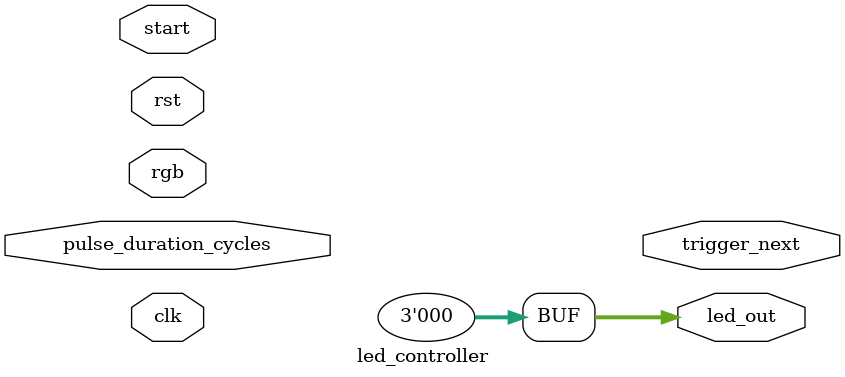
<source format=sv>
module led_controller (
    input wire clk,
    input wire rst,
    input wire [2:0] rgb,
    input wire [26:0] pulse_duration_cycles,
    input wire start,
    output wire trigger_next,
    output wire [2:0] led_out
);

    // TODO: Implement the logic to control the led_out
    // When start is asserted, the led_out should be the rgb color for the duration of the pulse_duration_cycles
    // When the pulse_duration_cycles is reached, the led_out should be 0 and trigger_next should be asserted
    // On rst, go into a blank state
    
    // TODO: Remove this once you have implemented the led_controller module
    assign led_out = '0;
endmodule

</source>
